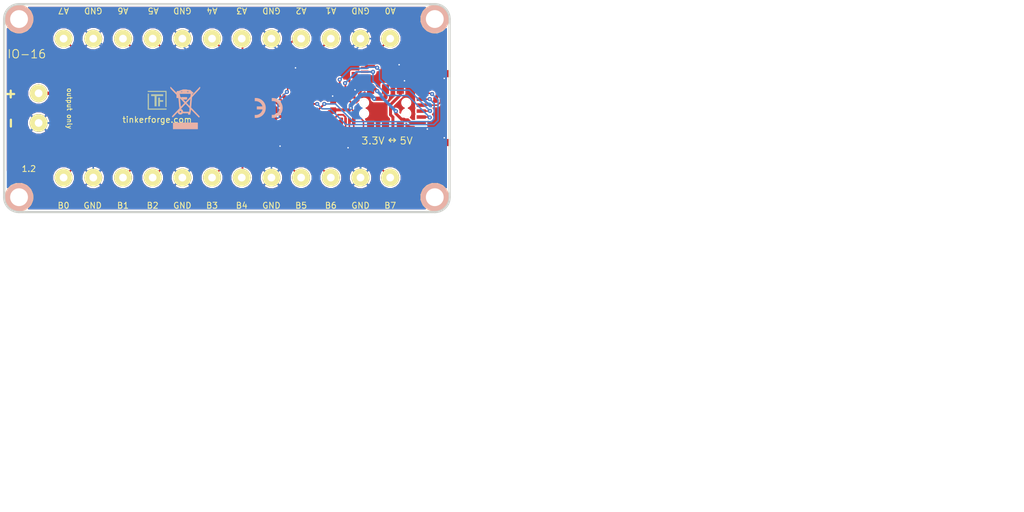
<source format=kicad_pcb>
(kicad_pcb (version 4) (host pcbnew 4.0.2+dfsg1-stable)
  (title_block (title "IO16 Bricklet") (date "2 jan 2013") (rev 1.1) (company "Tinkerforge GmbH") (comment 1 "Licensed under CERN OHL v.1.1") (comment 2 "Copyright (©) 2011, B.Nordmeyer <bastian@tinkerforge.com>"))
  (layers (0 Vorderseite signal) (31 Rückseite signal hide) (34 B.Paste user) (35 F.Paste user) (36 B.SilkS user) (37 F.SilkS user) (38 B.Mask user) (39 F.Mask user) (44 Edge.Cuts user))
  (net 0 "")
  (net 1 GND)
  (net 2 IN_1)
  (net 3 IN_2)
  (net 4 SCL)
  (net 5 SCL2)
  (net 6 SDA)
  (net 7 SDA2)
  (net 8 SEL)
  (net 9 VAA)
  (net 10 VCC)
  (net 11 "Net-(C3-Pad1)")
  (net 12 "Net-(J2-Pad2)")
  (net 13 "Net-(J3-Pad1)")
  (net 14 "Net-(J3-Pad2)")
  (net 15 "Net-(J4-Pad1)")
  (net 16 "Net-(J5-Pad2)")
  (net 17 "Net-(J6-Pad1)")
  (net 18 "Net-(J6-Pad2)")
  (net 19 "Net-(J7-Pad1)")
  (net 20 "Net-(J8-Pad1)")
  (net 21 "Net-(J9-Pad1)")
  (net 22 "Net-(J9-Pad2)")
  (net 23 "Net-(J10-Pad2)")
  (net 24 "Net-(J11-Pad1)")
  (net 25 "Net-(J12-Pad1)")
  (net 26 "Net-(J12-Pad2)")
  (net 27 "Net-(J13-Pad2)")
  (net 28 "Net-(P1-Pad1)")
  (net 29 "Net-(P1-Pad9)")
  (net 30 "Net-(P1-Pad10)")
  (net 31 "Net-(RP1-Pad6)")
  (net 32 "Net-(RP1-Pad7)")
  (net 33 "Net-(SW1-Pad6)")
  (net 34 "Net-(SW1-Pad5)")
  (net 35 "Net-(SW1-Pad4)")
  (net 36 "Net-(U1-Pad7)")
  (net 37 "Net-(U2-Pad11)")
  (net 38 "Net-(U2-Pad14)")
  (module kicad-libraries:DRILL_NP (layer Vorderseite) (at 184.00014 112.0267 180)
    (fp_text reference U7 hide)
    (fp_text value DRILL hide)
    (pad "" np_thru_hole circle (at 0 0 180) (size 2.99974 2.99974) (drill 2.99974) (layers *.Cu *.Mask F.SilkS) (clearance 0.89916))
  )
  (module kicad-libraries:DRILL_NP (layer Vorderseite) (at 114.00028 112.0267)
    (fp_text reference U6 hide)
    (fp_text value DRILL hide)
    (pad "" np_thru_hole circle (at 0 0) (size 2.99974 2.99974) (drill 2.99974) (layers *.Cu *.Mask F.SilkS) (clearance 0.89916))
  )
  (module kicad-libraries:DRILL_NP (layer Vorderseite) (at 114.00028 82.02676 90)
    (fp_text reference U5 hide)
    (fp_text value DRILL hide)
    (pad "" np_thru_hole circle (at 0 0 90) (size 2.99974 2.99974) (drill 2.99974) (layers *.Cu *.Mask F.SilkS) (clearance 0.89916))
  )
  (module kicad-libraries:DRILL_NP (layer Vorderseite) (at 184.00014 82.02676)
    (fp_text reference U4 hide)
    (fp_text value DRILL hide)
    (pad "" np_thru_hole circle (at 0 0) (size 2.99974 2.99974) (drill 2.99974) (layers *.Cu *.Mask F.SilkS) (clearance 0.89916))
  )
  (module kicad-libraries:SLIDE_SWITCH (layer Vorderseite) (at 175.69942 97.02546 180)
    (fp_text reference SW1)
    (fp_text value Power_Select)
    (pad 6 smd rect (at -2.49936 -3.2004 180) (size 1.19888 1.6002) (layers Vorderseite F.Paste F.Mask) (net 33 "Net-(SW1-Pad6)"))
    (pad 5 smd rect (at 0 -3.2004 180) (size 1.19888 1.6002) (layers Vorderseite F.Paste F.Mask) (net 34 "Net-(SW1-Pad5)"))
    (pad 4 smd rect (at 2.49936 -3.2004 180) (size 1.19888 1.6002) (layers Vorderseite F.Paste F.Mask) (net 35 "Net-(SW1-Pad4)"))
    (pad 3 smd rect (at 2.49936 3.2004 180) (size 1.19888 1.6002) (layers Vorderseite F.Paste F.Mask) (net 10 VCC))
    (pad 2 smd rect (at 0 3.2004 180) (size 1.19888 1.6002) (layers Vorderseite F.Paste F.Mask) (net 9 VAA))
    (pad 1 smd rect (at -2.49936 3.2004 180) (size 1.19888 1.6002) (layers Vorderseite F.Paste F.Mask) (net 28 "Net-(P1-Pad1)"))
    (pad "" np_thru_hole circle (at -3.5 -0.9 180) (size 1.2 1.2) (drill 1.2) (layers *.Cu *.Mask F.SilkS))
    (pad "" np_thru_hole circle (at -3.5 0.9 180) (size 1.2 1.2) (drill 1.2) (layers *.Cu *.Mask F.SilkS))
    (pad "" np_thru_hole circle (at 3.6 -0.9 180) (size 1.2 1.2) (drill 1.2) (layers *.Cu *.Mask F.SilkS))
    (pad "" np_thru_hole circle (at 3.6 0.9 180) (size 1.2 1.2) (drill 1.2) (layers *.Cu *.Mask F.SilkS))
  )
  (module kicad-libraries:4X0603 (layer Vorderseite) (at 166.5 102 180)
    (fp_text reference RP1)
    (fp_text value 4.7k)
    (pad 1 smd rect (at -1.19888 -0.8509 180) (size 0.44958 0.89916) (layers Vorderseite F.Paste F.Mask) (net 9 VAA))
    (pad 2 smd rect (at -0.39878 -0.8509 180) (size 0.44958 0.89916) (layers Vorderseite F.Paste F.Mask) (net 9 VAA))
    (pad 3 smd rect (at 0.39878 -0.8509 180) (size 0.44958 0.89916) (layers Vorderseite F.Paste F.Mask) (net 9 VAA))
    (pad 4 smd rect (at 1.19888 -0.8509 180) (size 0.44958 0.89916) (layers Vorderseite F.Paste F.Mask) (net 9 VAA))
    (pad 5 smd rect (at 1.19888 0.8509 180) (size 0.44958 0.89916) (layers Vorderseite F.Paste F.Mask) (net 7 SDA2))
    (pad 6 smd rect (at 0.39878 0.8509 180) (size 0.44958 0.89916) (layers Vorderseite F.Paste F.Mask) (net 31 "Net-(RP1-Pad6)"))
    (pad 7 smd rect (at -0.39878 0.8509 180) (size 0.44958 0.89916) (layers Vorderseite F.Paste F.Mask) (net 32 "Net-(RP1-Pad7)"))
    (pad 8 smd rect (at -1.19888 0.8509 180) (size 0.44958 0.89916) (layers Vorderseite F.Paste F.Mask) (net 5 SCL2))
  )
  (module kicad-libraries:R0603E (layer Vorderseite) (at 170.9 102 90)
    (fp_text reference R1)
    (fp_text value 200k)
    (pad 1 smd rect (at -0.8501 0 90) (size 1.1 1) (layers Vorderseite F.Paste F.Mask) (net 9 VAA))
    (pad 2 smd rect (at 0.8501 0 90) (size 1.1 1) (layers Vorderseite F.Paste F.Mask) (net 11 "Net-(C3-Pad1)"))
  )
  (module kicad-libraries:C0603E (layer Vorderseite) (at 169.4 102 270)
    (fp_text reference C3)
    (fp_text value 100nF)
    (pad 1 smd rect (at -0.8501 0 270) (size 1.1 1) (layers Vorderseite F.Paste F.Mask) (net 11 "Net-(C3-Pad1)"))
    (pad 2 smd rect (at 0.8501 0 270) (size 1.1 1) (layers Vorderseite F.Paste F.Mask) (net 1 GND))
  )
  (module kicad-libraries:C0603E (layer Vorderseite) (at 166.9 96.6 90)
    (fp_text reference C2)
    (fp_text value 100nF)
    (pad 1 smd rect (at -0.8501 0 90) (size 1.1 1) (layers Vorderseite F.Paste F.Mask) (net 9 VAA))
    (pad 2 smd rect (at 0.8501 0 90) (size 1.1 1) (layers Vorderseite F.Paste F.Mask) (net 1 GND))
  )
  (module kicad-libraries:C0603E (layer Vorderseite) (at 170.50004 92.32646 90)
    (fp_text reference C1)
    (fp_text value 100nF)
    (pad 1 smd rect (at -0.8501 0 90) (size 1.1 1) (layers Vorderseite F.Paste F.Mask) (net 1 GND))
    (pad 2 smd rect (at 0.8501 0 90) (size 1.1 1) (layers Vorderseite F.Paste F.Mask) (net 10 VCC))
  )
  (module kicad-libraries:CE_5mm (layer Rückseite) (at 156 97 180)
    (fp_text reference VAL hide)
    (fp_text value CE_5mm hide)
  )
  (module kicad-libraries:WEEE_7mm (layer Rückseite) (at 142 97 180)
    (fp_text reference VAL hide)
    (fp_text value WEEE_7mm hide)
  )
  (module kicad-libraries:Fiducial_Mark (layer Vorderseite) (at 113.10112 108.32592)
    (fp_text reference Fiducial_Mark hide)
    (fp_text value VAL** hide)
    (pad 1 smd circle (at 0 0) (size 1.00076 1.00076) (layers Vorderseite F.Paste F.Mask) (clearance 0.65024))
  )
  (module kicad-libraries:Fiducial_Mark (layer Vorderseite) (at 184.8993 85.62594)
    (fp_text reference Fiducial_Mark hide)
    (fp_text value VAL** hide)
    (pad 1 smd circle (at 0 0) (size 1.00076 1.00076) (layers Vorderseite F.Paste F.Mask) (clearance 0.65024))
  )
  (module kicad-libraries:Logo_31x31 (layer Vorderseite) (at 135.67664 94.12478)
    (fp_text reference Ref** hide)
    (fp_text value Val** hide)
  )
  (module kicad-libraries:CON-SENSOR (layer Vorderseite) (at 186.4995 97.02292 90)
    (fp_text reference P1)
    (fp_text value CON-SENSOR)
    (pad 1 smd rect (at -4.50088 -4.7752 90) (size 0.59944 1.5494) (layers Vorderseite F.Paste F.Mask) (net 28 "Net-(P1-Pad1)"))
    (pad 2 smd rect (at -3.50012 -4.7752 90) (size 0.59944 1.5494) (layers Vorderseite F.Paste F.Mask) (net 1 GND))
    (pad 3 smd rect (at -2.49936 -4.7752 90) (size 0.59944 1.5494) (layers Vorderseite F.Paste F.Mask) (net 10 VCC))
    (pad 4 smd rect (at -1.50114 -4.7752 90) (size 0.59944 1.5494) (layers Vorderseite F.Paste F.Mask) (net 4 SCL))
    (pad 5 smd rect (at -0.50038 -4.7752 90) (size 0.59944 1.5494) (layers Vorderseite F.Paste F.Mask) (net 6 SDA))
    (pad 6 smd rect (at 0.50038 -4.7752 90) (size 0.59944 1.5494) (layers Vorderseite F.Paste F.Mask) (net 8 SEL))
    (pad 7 smd rect (at 1.50114 -4.7752 90) (size 0.59944 1.5494) (layers Vorderseite F.Paste F.Mask) (net 2 IN_1))
    (pad 8 smd rect (at 2.49936 -4.7752 90) (size 0.59944 1.5494) (layers Vorderseite F.Paste F.Mask) (net 3 IN_2))
    (pad 9 smd rect (at 3.50012 -4.7752 90) (size 0.59944 1.5494) (layers Vorderseite F.Paste F.Mask) (net 29 "Net-(P1-Pad9)"))
    (pad 10 smd rect (at 4.50088 -4.7752 90) (size 0.59944 1.5494) (layers Vorderseite F.Paste F.Mask) (net 30 "Net-(P1-Pad10)"))
    (pad EP smd rect (at -5.79882 -0.89916 90) (size 1.19888 1.80086) (layers Vorderseite F.Paste F.Mask) (net 1 GND))
    (pad EP smd rect (at 5.79882 -0.89916 90) (size 1.19888 1.80086) (layers Vorderseite F.Paste F.Mask) (net 1 GND))
  )
  (module kicad-libraries:AKL_5_2 (layer Vorderseite) (at 163.99764 85.32368)
    (fp_text reference J12)
    (fp_text value AKL_5_2)
    (pad 1 thru_hole circle (at -2.49936 0) (size 2.99974 2.99974) (drill 1.30048) (layers *.Cu *.Mask F.SilkS) (net 25 "Net-(J12-Pad1)"))
    (pad 2 thru_hole circle (at 2.49936 0) (size 2.99974 2.99974) (drill 1.30048) (layers *.Cu *.Mask F.SilkS) (net 26 "Net-(J12-Pad2)"))
  )
  (module kicad-libraries:AKL_5_2 (layer Vorderseite) (at 153.99766 85.32368)
    (fp_text reference J11)
    (fp_text value AKL_5_2)
    (pad 1 thru_hole circle (at -2.49936 0) (size 2.99974 2.99974) (drill 1.30048) (layers *.Cu *.Mask F.SilkS) (net 24 "Net-(J11-Pad1)"))
    (pad 2 thru_hole circle (at 2.49936 0) (size 2.99974 2.99974) (drill 1.30048) (layers *.Cu *.Mask F.SilkS) (net 1 GND))
  )
  (module kicad-libraries:AKL_5_2 (layer Vorderseite) (at 143.99768 85.32368)
    (fp_text reference J10)
    (fp_text value AKL_5_2)
    (pad 1 thru_hole circle (at -2.49936 0) (size 2.99974 2.99974) (drill 1.30048) (layers *.Cu *.Mask F.SilkS) (net 1 GND))
    (pad 2 thru_hole circle (at 2.49936 0) (size 2.99974 2.99974) (drill 1.30048) (layers *.Cu *.Mask F.SilkS) (net 23 "Net-(J10-Pad2)"))
  )
  (module kicad-libraries:AKL_5_2 (layer Vorderseite) (at 133.9977 85.32368)
    (fp_text reference J9)
    (fp_text value AKL_5_2)
    (pad 1 thru_hole circle (at -2.49936 0) (size 2.99974 2.99974) (drill 1.30048) (layers *.Cu *.Mask F.SilkS) (net 21 "Net-(J9-Pad1)"))
    (pad 2 thru_hole circle (at 2.49936 0) (size 2.99974 2.99974) (drill 1.30048) (layers *.Cu *.Mask F.SilkS) (net 22 "Net-(J9-Pad2)"))
  )
  (module kicad-libraries:AKL_5_2 (layer Vorderseite) (at 173.99762 108.7247 180)
    (fp_text reference J7)
    (fp_text value AKL_5_2)
    (pad 1 thru_hole circle (at -2.49936 0 180) (size 2.99974 2.99974) (drill 1.30048) (layers *.Cu *.Mask F.SilkS) (net 19 "Net-(J7-Pad1)"))
    (pad 2 thru_hole circle (at 2.49936 0 180) (size 2.99974 2.99974) (drill 1.30048) (layers *.Cu *.Mask F.SilkS) (net 1 GND))
  )
  (module kicad-libraries:AKL_5_2 (layer Vorderseite) (at 163.99764 108.7247 180)
    (fp_text reference J6)
    (fp_text value AKL_5_2)
    (pad 1 thru_hole circle (at -2.49936 0 180) (size 2.99974 2.99974) (drill 1.30048) (layers *.Cu *.Mask F.SilkS) (net 17 "Net-(J6-Pad1)"))
    (pad 2 thru_hole circle (at 2.49936 0 180) (size 2.99974 2.99974) (drill 1.30048) (layers *.Cu *.Mask F.SilkS) (net 18 "Net-(J6-Pad2)"))
  )
  (module kicad-libraries:AKL_5_2 (layer Vorderseite) (at 153.99766 108.7247 180)
    (fp_text reference J5)
    (fp_text value AKL_5_2)
    (pad 1 thru_hole circle (at -2.49936 0 180) (size 2.99974 2.99974) (drill 1.30048) (layers *.Cu *.Mask F.SilkS) (net 1 GND))
    (pad 2 thru_hole circle (at 2.49936 0 180) (size 2.99974 2.99974) (drill 1.30048) (layers *.Cu *.Mask F.SilkS) (net 16 "Net-(J5-Pad2)"))
  )
  (module kicad-libraries:AKL_5_2 (layer Vorderseite) (at 143.99768 108.7247 180)
    (fp_text reference J4)
    (fp_text value AKL_5_2)
    (pad 1 thru_hole circle (at -2.49936 0 180) (size 2.99974 2.99974) (drill 1.30048) (layers *.Cu *.Mask F.SilkS) (net 15 "Net-(J4-Pad1)"))
    (pad 2 thru_hole circle (at 2.49936 0 180) (size 2.99974 2.99974) (drill 1.30048) (layers *.Cu *.Mask F.SilkS) (net 1 GND))
  )
  (module kicad-libraries:AKL_5_2 (layer Vorderseite) (at 117.29974 97.02546 90)
    (fp_text reference J1)
    (fp_text value AKL_5_2)
    (pad 1 thru_hole circle (at -2.49936 0 90) (size 2.99974 2.99974) (drill 1.30048) (layers *.Cu *.Mask F.SilkS) (net 1 GND))
    (pad 2 thru_hole circle (at 2.49936 0 90) (size 2.99974 2.99974) (drill 1.30048) (layers *.Cu *.Mask F.SilkS) (net 9 VAA))
  )
  (module kicad-libraries:AKL_5_2 (layer Vorderseite) (at 123.99772 85.32368)
    (fp_text reference J8)
    (fp_text value AKL_5_2)
    (pad 1 thru_hole circle (at -2.49936 0) (size 2.99974 2.99974) (drill 1.30048) (layers *.Cu *.Mask F.SilkS) (net 20 "Net-(J8-Pad1)"))
    (pad 2 thru_hole circle (at 2.49936 0) (size 2.99974 2.99974) (drill 1.30048) (layers *.Cu *.Mask F.SilkS) (net 1 GND))
  )
  (module kicad-libraries:AKL_5_2 (layer Vorderseite) (at 133.9977 108.7247 180)
    (fp_text reference J3)
    (fp_text value AKL_5_2)
    (pad 1 thru_hole circle (at -2.49936 0 180) (size 2.99974 2.99974) (drill 1.30048) (layers *.Cu *.Mask F.SilkS) (net 13 "Net-(J3-Pad1)"))
    (pad 2 thru_hole circle (at 2.49936 0 180) (size 2.99974 2.99974) (drill 1.30048) (layers *.Cu *.Mask F.SilkS) (net 14 "Net-(J3-Pad2)"))
  )
  (module kicad-libraries:AKL_5_2 (layer Vorderseite) (at 173.99762 85.32368)
    (fp_text reference J13)
    (fp_text value AKL_5_2)
    (pad 1 thru_hole circle (at -2.49936 0) (size 2.99974 2.99974) (drill 1.30048) (layers *.Cu *.Mask F.SilkS) (net 1 GND))
    (pad 2 thru_hole circle (at 2.49936 0) (size 2.99974 2.99974) (drill 1.30048) (layers *.Cu *.Mask F.SilkS) (net 27 "Net-(J13-Pad2)"))
  )
  (module kicad-libraries:AKL_5_2 (layer Vorderseite) (at 123.99772 108.7247 180)
    (fp_text reference J2)
    (fp_text value AKL_5_2)
    (pad 1 thru_hole circle (at -2.49936 0 180) (size 2.99974 2.99974) (drill 1.30048) (layers *.Cu *.Mask F.SilkS) (net 1 GND))
    (pad 2 thru_hole circle (at 2.49936 0 180) (size 2.99974 2.99974) (drill 1.30048) (layers *.Cu *.Mask F.SilkS) (net 12 "Net-(J2-Pad2)"))
  )
  (module kicad-libraries:TSSOP8 (layer Vorderseite) (at 175.09744 91.2241 90)
    (fp_text reference U1)
    (fp_text value M24C64)
    (pad 1 smd rect (at -0.97282 2.89814 270) (size 0.39878 1.29794) (layers Vorderseite F.Paste F.Mask) (net 1 GND))
    (pad 2 smd rect (at -0.32258 2.89814 270) (size 0.39878 1.29794) (layers Vorderseite F.Paste F.Mask) (net 1 GND))
    (pad 3 smd rect (at 0.32258 2.89814 270) (size 0.39878 1.29794) (layers Vorderseite F.Paste F.Mask) (net 8 SEL))
    (pad 4 smd rect (at 0.97282 2.89814 270) (size 0.39878 1.29794) (layers Vorderseite F.Paste F.Mask) (net 1 GND))
    (pad 5 smd rect (at 0.97282 -2.89814 90) (size 0.39878 1.29794) (layers Vorderseite F.Paste F.Mask) (net 6 SDA))
    (pad 6 smd rect (at 0.32258 -2.89814 90) (size 0.39878 1.29794) (layers Vorderseite F.Paste F.Mask) (net 4 SCL))
    (pad 7 smd rect (at -0.32258 -2.89814 90) (size 0.39878 1.29794) (layers Vorderseite F.Paste F.Mask) (net 36 "Net-(U1-Pad7)"))
    (pad 8 smd rect (at -0.97282 -2.89814 90) (size 0.39878 1.29794) (layers Vorderseite F.Paste F.Mask) (net 10 VCC))
  )
  (module kicad-libraries:SOIC28 (layer Vorderseite) (at 154.79776 97.02292)
    (fp_text reference U2)
    (fp_text value MCP23017)
    (pad 1 smd rect (at -8.25246 4.59994 180) (size 0.59944 2.19964) (layers Vorderseite F.Paste F.Mask) (net 12 "Net-(J2-Pad2)"))
    (pad 2 smd rect (at -6.98246 4.59994 180) (size 0.59944 2.19964) (layers Vorderseite F.Paste F.Mask) (net 14 "Net-(J3-Pad2)"))
    (pad 3 smd rect (at -5.71246 4.59994 180) (size 0.59944 2.19964) (layers Vorderseite F.Paste F.Mask) (net 13 "Net-(J3-Pad1)"))
    (pad 4 smd rect (at -4.44246 4.59994 180) (size 0.59944 2.19964) (layers Vorderseite F.Paste F.Mask) (net 15 "Net-(J4-Pad1)"))
    (pad 5 smd rect (at -3.17246 4.59994 180) (size 0.59944 2.19964) (layers Vorderseite F.Paste F.Mask) (net 16 "Net-(J5-Pad2)"))
    (pad 6 smd rect (at -1.90246 4.59994 180) (size 0.59944 2.19964) (layers Vorderseite F.Paste F.Mask) (net 18 "Net-(J6-Pad2)"))
    (pad 7 smd rect (at -0.63246 4.59994 180) (size 0.59944 2.19964) (layers Vorderseite F.Paste F.Mask) (net 17 "Net-(J6-Pad1)"))
    (pad 8 smd rect (at 0.63246 4.59994 180) (size 0.59944 2.19964) (layers Vorderseite F.Paste F.Mask) (net 19 "Net-(J7-Pad1)"))
    (pad 9 smd rect (at 1.90246 4.59994 180) (size 0.59944 2.19964) (layers Vorderseite F.Paste F.Mask) (net 9 VAA))
    (pad 10 smd rect (at 3.17246 4.59994 180) (size 0.59944 2.19964) (layers Vorderseite F.Paste F.Mask) (net 1 GND))
    (pad 11 smd rect (at 4.44246 4.59994 180) (size 0.59944 2.19964) (layers Vorderseite F.Paste F.Mask) (net 37 "Net-(U2-Pad11)"))
    (pad 12 smd rect (at 5.71246 4.59994 180) (size 0.59944 2.19964) (layers Vorderseite F.Paste F.Mask) (net 5 SCL2))
    (pad 13 smd rect (at 6.98246 4.59994 180) (size 0.59944 2.19964) (layers Vorderseite F.Paste F.Mask) (net 7 SDA2))
    (pad 14 smd rect (at 8.25246 4.59994 180) (size 0.59944 2.19964) (layers Vorderseite F.Paste F.Mask) (net 38 "Net-(U2-Pad14)"))
    (pad 15 smd rect (at 8.25246 -4.59994) (size 0.59944 2.19964) (layers Vorderseite F.Paste F.Mask) (net 8 SEL))
    (pad 16 smd rect (at 6.98246 -4.59994) (size 0.59944 2.19964) (layers Vorderseite F.Paste F.Mask) (net 1 GND))
    (pad 17 smd rect (at 5.71246 -4.59994) (size 0.59944 2.19964) (layers Vorderseite F.Paste F.Mask) (net 1 GND))
    (pad 18 smd rect (at 4.44246 -4.59994) (size 0.59944 2.19964) (layers Vorderseite F.Paste F.Mask) (net 9 VAA))
    (pad 19 smd rect (at 3.17246 -4.59994) (size 0.59944 2.19964) (layers Vorderseite F.Paste F.Mask) (net 3 IN_2))
    (pad 20 smd rect (at 1.90246 -4.59994) (size 0.59944 2.19964) (layers Vorderseite F.Paste F.Mask) (net 2 IN_1))
    (pad 21 smd rect (at 0.63246 -4.59994) (size 0.59944 2.19964) (layers Vorderseite F.Paste F.Mask) (net 27 "Net-(J13-Pad2)"))
    (pad 22 smd rect (at -0.63246 -4.59994) (size 0.59944 2.19964) (layers Vorderseite F.Paste F.Mask) (net 26 "Net-(J12-Pad2)"))
    (pad 23 smd rect (at -1.90246 -4.59994) (size 0.59944 2.19964) (layers Vorderseite F.Paste F.Mask) (net 25 "Net-(J12-Pad1)"))
    (pad 24 smd rect (at -3.17246 -4.59994) (size 0.59944 2.19964) (layers Vorderseite F.Paste F.Mask) (net 24 "Net-(J11-Pad1)"))
    (pad 25 smd rect (at -4.44246 -4.59994) (size 0.59944 2.19964) (layers Vorderseite F.Paste F.Mask) (net 23 "Net-(J10-Pad2)"))
    (pad 26 smd rect (at -5.71246 -4.59994) (size 0.59944 2.19964) (layers Vorderseite F.Paste F.Mask) (net 22 "Net-(J9-Pad2)"))
    (pad 27 smd rect (at -6.98246 -4.59994) (size 0.59944 2.19964) (layers Vorderseite F.Paste F.Mask) (net 21 "Net-(J9-Pad1)"))
    (pad 28 smd rect (at -8.25246 -4.59994) (size 0.59944 2.19964) (layers Vorderseite F.Paste F.Mask) (net 20 "Net-(J8-Pad1)"))
  )
  (module kicad-libraries:TSSOP8_3 (layer Vorderseite) (at 169.30116 97.02546 180)
    (fp_text reference U3)
    (fp_text value PCA9306)
    (pad 1 smd rect (at -1.04902 2.17424) (size 0.59944 1.14808) (layers Vorderseite F.Paste F.Mask) (net 1 GND))
    (pad 2 smd rect (at -0.32512 2.17424) (size 0.44958 1.14808) (layers Vorderseite F.Paste F.Mask) (net 10 VCC))
    (pad 3 smd rect (at 0.32512 2.17424) (size 0.44958 1.14808) (layers Vorderseite F.Paste F.Mask) (net 4 SCL))
    (pad 4 smd rect (at 1.04902 2.17424) (size 0.59944 1.14808) (layers Vorderseite F.Paste F.Mask) (net 6 SDA))
    (pad 5 smd rect (at 1.04902 -2.17424 180) (size 0.59944 1.14808) (layers Vorderseite F.Paste F.Mask) (net 7 SDA2))
    (pad 6 smd rect (at 0.32512 -2.17424 180) (size 0.44958 1.14808) (layers Vorderseite F.Paste F.Mask) (net 5 SCL2))
    (pad 7 smd rect (at -0.32512 -2.17424 180) (size 0.44958 1.14808) (layers Vorderseite F.Paste F.Mask) (net 11 "Net-(C3-Pad1)"))
    (pad 8 smd rect (at -1.04902 -2.17424 180) (size 0.59944 1.14808) (layers Vorderseite F.Paste F.Mask) (net 11 "Net-(C3-Pad1)"))
  )
  (gr_text 1.2 (at 115.65128 107.24896) (layer F.SilkS) (effects (font (size 1.00076 1.00076) (thickness 0.14986))))
  (gr_text - (at 112.52454 99.55022 90) (layer F.SilkS) (effects (font (size 1.50114 1.50114) (thickness 0.37592))))
  (gr_text + (at 112.60074 94.54896) (layer F.SilkS) (effects (font (size 1.50114 1.50114) (thickness 0.37592))))
  (gr_text tinkerforge.com (at 137.25144 98.97364) (layer F.SilkS) (effects (font (size 1.00076 1.00076) (thickness 0.14986))))
  (gr_text "output only" (at 122.49912 97.09912 270) (layer F.SilkS) (effects (font (size 0.8001 0.8001) (thickness 0.14986))))
  (gr_line (start 111.49838 82.02422) (end 111.49838 112.02416) (angle 90) (layer Edge.Cuts) (width 0.381))
  (gr_line (start 183.9976 79.52486) (end 113.99774 79.52486) (angle 90) (layer Edge.Cuts) (width 0.381))
  (gr_line (start 186.4995 112.02416) (end 186.4995 82.02422) (angle 90) (layer Edge.Cuts) (width 0.381))
  (gr_line (start 113.99774 114.52352) (end 183.9976 114.52352) (angle 90) (layer Edge.Cuts) (width 0.381))
  (gr_arc (start 183.9976 82.02422) (end 183.9976 79.52486) (angle 90) (layer Edge.Cuts) (width 0.381))
  (gr_arc (start 113.99774 82.02422) (end 111.49838 82.02422) (angle 90) (layer Edge.Cuts) (width 0.381))
  (gr_arc (start 113.99774 112.02416) (end 113.99774 114.52352) (angle 90) (layer Edge.Cuts) (width 0.381))
  (gr_arc (start 183.9976 112.02416) (end 186.4995 112.02416) (angle 90) (layer Edge.Cuts) (width 0.381))
  (gr_line (start 177.3936 102.42296) (end 177.09388 102.72268) (angle 90) (layer F.SilkS) (width 0.17018))
  (gr_line (start 177.09388 102.12324) (end 177.3936 102.42296) (angle 90) (layer F.SilkS) (width 0.17018))
  (gr_line (start 176.29378 102.42296) (end 176.5935 102.72268) (angle 90) (layer F.SilkS) (width 0.17018))
  (gr_line (start 176.29378 102.42296) (end 176.5935 102.12324) (angle 90) (layer F.SilkS) (width 0.17018))
  (gr_line (start 176.29378 102.42296) (end 177.19548 102.42296) (angle 90) (layer F.SilkS) (width 0.17018))
  (gr_text 5V (at 179.197 102.52456) (layer F.SilkS) (effects (font (size 1.19888 1.19888) (thickness 0.14986))))
  (gr_text 3.3V (at 173.59884 102.52456) (layer F.SilkS) (effects (font (size 1.19888 1.19888) (thickness 0.14986))))
  (gr_text B7 (at 176.49952 113.4237) (layer F.SilkS) (effects (font (size 1.00076 1.00076) (thickness 0.14986))))
  (gr_text GND (at 171.49826 113.4237) (layer F.SilkS) (effects (font (size 1.00076 1.00076) (thickness 0.14986))))
  (gr_text B6 (at 166.497 113.4237) (layer F.SilkS) (effects (font (size 1.00076 1.00076) (thickness 0.14986))))
  (gr_text B5 (at 161.49828 113.4237) (layer F.SilkS) (effects (font (size 1.00076 1.00076) (thickness 0.14986))))
  (gr_text GND (at 156.49702 113.4237) (layer F.SilkS) (effects (font (size 1.00076 1.00076) (thickness 0.14986))))
  (gr_text B4 (at 151.4983 113.4237) (layer F.SilkS) (effects (font (size 1.00076 1.00076) (thickness 0.14986))))
  (gr_text B3 (at 146.49704 113.4237) (layer F.SilkS) (effects (font (size 1.00076 1.00076) (thickness 0.14986))))
  (gr_text GND (at 141.49832 113.4237) (layer F.SilkS) (effects (font (size 1.00076 1.00076) (thickness 0.14986))))
  (gr_text B2 (at 136.49706 113.4237) (layer F.SilkS) (effects (font (size 1.00076 1.00076) (thickness 0.14986))))
  (gr_text B1 (at 131.49834 113.4237) (layer F.SilkS) (effects (font (size 1.00076 1.00076) (thickness 0.14986))))
  (gr_text GND (at 126.39802 113.4237) (layer F.SilkS) (effects (font (size 1.00076 1.00076) (thickness 0.14986))))
  (gr_text B0 (at 121.49836 113.4237) (layer F.SilkS) (effects (font (size 1.00076 1.00076) (thickness 0.14986))))
  (gr_text A7 (at 121.49836 80.62468 180) (layer F.SilkS) (effects (font (size 1.00076 1.00076) (thickness 0.14986))))
  (gr_text A6 (at 131.49834 80.62468 180) (layer F.SilkS) (effects (font (size 1.00076 1.00076) (thickness 0.14986))))
  (gr_text A5 (at 136.59866 80.62468 180) (layer F.SilkS) (effects (font (size 1.00076 1.00076) (thickness 0.14986))))
  (gr_text A4 (at 146.49704 80.62468 180) (layer F.SilkS) (effects (font (size 1.00076 1.00076) (thickness 0.14986))))
  (gr_text A3 (at 151.4983 80.62468 180) (layer F.SilkS) (effects (font (size 1.00076 1.00076) (thickness 0.14986))))
  (gr_text A2 (at 161.49828 80.62468 180) (layer F.SilkS) (effects (font (size 1.00076 1.00076) (thickness 0.14986))))
  (gr_text A1 (at 166.497 80.62468 180) (layer F.SilkS) (effects (font (size 1.00076 1.00076) (thickness 0.14986))))
  (gr_text A0 (at 176.49952 80.62468 180) (layer F.SilkS) (effects (font (size 1.00076 1.00076) (thickness 0.14986))))
  (gr_text GND (at 171.49826 80.62468 180) (layer F.SilkS) (effects (font (size 1.00076 1.00076) (thickness 0.14986))))
  (gr_text GND (at 156.49702 80.62468 180) (layer F.SilkS) (effects (font (size 1.00076 1.00076) (thickness 0.14986))))
  (gr_text GND (at 141.49832 80.62468 180) (layer F.SilkS) (effects (font (size 1.00076 1.00076) (thickness 0.14986))))
  (gr_text GND (at 126.49708 80.62468 180) (layer F.SilkS) (effects (font (size 1.00076 1.00076) (thickness 0.14986))))
  (gr_text IO-16 (at 115.29822 87.92464) (layer F.SilkS) (effects (font (size 1.39954 1.39954) (thickness 0.14986))))
  (segment (start 169.4 102.8501) (end 169.4 103.7) (width 0.24892) (layer Vorderseite) (net 1))
  (via (at 169.4 103.7) (size 0.70104) (drill 0.24892) (layers Vorderseite Rückseite) (net 1))
  (segment (start 177.99812 89.72296) (end 180.29682 92.02166) (width 0.29972) (layer Rückseite) (net 1))
  (segment (start 141.49832 86.52256) (end 143.6751 88.69934) (width 0.24892) (layer Rückseite) (net 1))
  (segment (start 143.6751 88.69934) (end 153.12136 88.69934) (width 0.24892) (layer Rückseite) (net 1))
  (segment (start 153.1366 88.6841) (end 156.49702 85.32368) (width 0.24892) (layer Rückseite) (net 1))
  (segment (start 153.12136 88.69934) (end 153.1366 88.6841) (width 0.24892) (layer Rückseite) (net 1))
  (segment (start 141.49832 85.32368) (end 141.49832 86.52256) (width 0.24892) (layer Rückseite) (net 1))
  (segment (start 167.6273 90.24874) (end 160.55086 90.24874) (width 0.24892) (layer Rückseite) (net 1))
  (segment (start 171.49826 86.37778) (end 167.6273 90.24874) (width 0.24892) (layer Rückseite) (net 1))
  (segment (start 171.49826 85.32368) (end 171.49826 86.37778) (width 0.24892) (layer Rückseite) (net 1))
  (segment (start 161.62528 90.3732) (end 160.67532 90.3732) (width 0.24892) (layer Vorderseite) (net 1))
  (segment (start 161.78022 92.42298) (end 161.78022 90.52814) (width 0.29972) (layer Vorderseite) (net 1))
  (segment (start 161.78022 90.52814) (end 161.62528 90.3732) (width 0.29972) (layer Vorderseite) (net 1))
  (segment (start 177.99558 89.7255) (end 177.99812 89.72296) (width 0.29972) (layer Vorderseite) (net 1))
  (via (at 177.99812 89.72296) (size 0.70104) (layers Vorderseite Rückseite) (net 1))
  (segment (start 177.99558 90.25128) (end 177.99558 89.7255) (width 0.29972) (layer Vorderseite) (net 1))
  (segment (start 177.99558 92.19692) (end 177.99558 91.54668) (width 0.29972) (layer Vorderseite) (net 1))
  (segment (start 178.67376 92.19692) (end 178.89982 92.42298) (width 0.29972) (layer Vorderseite) (net 1))
  (via (at 178.89982 92.42298) (size 0.70104) (layers Vorderseite Rückseite) (net 1))
  (segment (start 178.89982 92.42298) (end 179.30114 92.02166) (width 0.29972) (layer Rückseite) (net 1))
  (via (at 166.8018 94.99854) (size 0.70104) (layers Vorderseite Rückseite) (net 1))
  (segment (start 166.79926 95.00108) (end 166.79926 96.0247) (width 0.24892) (layer Vorderseite) (net 1))
  (segment (start 160.67532 90.3732) (end 160.55086 90.24874) (width 0.24892) (layer Vorderseite) (net 1))
  (segment (start 126.49708 85.32368) (end 127 85.32368) (width 0.24892) (layer Rückseite) (net 1))
  (segment (start 137.57148 89.25052) (end 141.49832 85.32368) (width 0.24892) (layer Rückseite) (net 1))
  (segment (start 156.49702 108.7247) (end 156.49702 104.8766) (width 0.24892) (layer Rückseite) (net 1))
  (segment (start 117.29974 99.52482) (end 117.27688 99.54768) (width 0.24892) (layer Rückseite) (net 1))
  (segment (start 122.04954 99.52482) (end 118.9736 99.52482) (width 0.24892) (layer Rückseite) (net 1))
  (segment (start 122.04954 99.52482) (end 126.49708 103.97236) (width 0.24892) (layer Rückseite) (net 1))
  (segment (start 126.49708 108.7247) (end 126.49708 103.97236) (width 0.24892) (layer Rückseite) (net 1))
  (segment (start 118.9736 99.52482) (end 118.95074 99.54768) (width 0.24892) (layer Rückseite) (net 1))
  (segment (start 153.1366 88.6841) (end 153.1366 90.2) (width 0.24892) (layer Rückseite) (net 1))
  (segment (start 181.7243 100.52304) (end 182.72506 100.52304) (width 0.50038) (layer Vorderseite) (net 1))
  (segment (start 184.2516 101.95052) (end 184.2516 102.02164) (width 0.50038) (layer Rückseite) (net 1))
  (segment (start 184.22366 101.97846) (end 184.2516 101.95052) (width 0.50038) (layer Rückseite) (net 1))
  (segment (start 184.22366 102.02164) (end 184.22366 101.97846) (width 0.50038) (layer Rückseite) (net 1))
  (segment (start 182.75046 100.54844) (end 184.22366 102.02164) (width 0.50038) (layer Rückseite) (net 1))
  (via (at 182.75046 100.54844) (size 0.70104) (layers Vorderseite Rückseite) (net 1))
  (segment (start 182.72506 100.52304) (end 182.75046 100.54844) (width 0.50038) (layer Vorderseite) (net 1))
  (segment (start 177.99812 89.72296) (end 177.67554 89.72296) (width 0.24892) (layer Rückseite) (net 1))
  (segment (start 173.27626 85.32368) (end 171.49826 85.32368) (width 0.24892) (layer Rückseite) (net 1))
  (segment (start 177.67554 89.72296) (end 173.27626 85.32368) (width 0.24892) (layer Rückseite) (net 1))
  (segment (start 166.8018 94.99854) (end 169.52722 94.99854) (width 0.24892) (layer Rückseite) (net 1))
  (segment (start 169.52722 94.99854) (end 170.57624 93.94952) (width 0.24892) (layer Rückseite) (net 1))
  (via (at 170.57624 93.94952) (size 0.70104) (layers Vorderseite Rückseite) (net 1))
  (segment (start 180.29682 92.02166) (end 185.5978 92.02166) (width 0.29972) (layer Rückseite) (net 1))
  (segment (start 185.5978 92.02166) (end 185.5978 93.12148) (width 0.29972) (layer Rückseite) (net 1))
  (segment (start 185.60034 92.01912) (end 185.5978 92.02166) (width 0.29972) (layer Vorderseite) (net 1))
  (segment (start 160.51022 92.42298) (end 161.0995 92.42298) (width 0.50038) (layer Vorderseite) (net 1))
  (segment (start 158.14802 103.2256) (end 157.9499 103.42372) (width 0.24892) (layer Rückseite) (net 1))
  (segment (start 169.35196 103.2256) (end 158.14802 103.2256) (width 0.24892) (layer Rückseite) (net 1))
  (segment (start 154.27706 105.22458) (end 154.62504 104.8766) (width 0.24892) (layer Rückseite) (net 1))
  (segment (start 154.62504 104.8766) (end 156.49702 104.8766) (width 0.24892) (layer Rückseite) (net 1))
  (segment (start 144.99844 105.22458) (end 154.27706 105.22458) (width 0.24892) (layer Rückseite) (net 1))
  (segment (start 156.49702 86.1949) (end 156.49702 85.32368) (width 0.24892) (layer Rückseite) (net 1))
  (segment (start 160.55086 90.24874) (end 156.49702 86.1949) (width 0.24892) (layer Rückseite) (net 1))
  (via (at 160.55086 90.24874) (size 0.70104) (layers Vorderseite Rückseite) (net 1))
  (segment (start 127 85.32368) (end 130.92684 89.25052) (width 0.24892) (layer Rückseite) (net 1))
  (segment (start 166.8018 94.99854) (end 166.79926 95.00108) (width 0.24892) (layer Vorderseite) (net 1))
  (segment (start 144.99844 105.22458) (end 141.49832 108.7247) (width 0.29972) (layer Rückseite) (net 1))
  (segment (start 129.9972 105.22458) (end 126.49708 108.7247) (width 0.29972) (layer Rückseite) (net 1))
  (segment (start 144.99844 105.22458) (end 129.9972 105.22458) (width 0.29972) (layer Rückseite) (net 1))
  (segment (start 185.60034 102.02418) (end 185.60034 102.82174) (width 0.29972) (layer Vorderseite) (net 1))
  (via (at 185.5978 102.02164) (size 0.70104) (layers Vorderseite Rückseite) (net 1))
  (segment (start 185.60034 102.02418) (end 185.5978 102.02164) (width 0.29972) (layer Vorderseite) (net 1))
  (segment (start 185.5978 93.12148) (end 185.90006 93.42374) (width 0.29972) (layer Rückseite) (net 1))
  (segment (start 185.90006 93.42374) (end 185.90006 101.71938) (width 0.29972) (layer Rückseite) (net 1))
  (segment (start 185.90006 101.71938) (end 185.5978 102.02164) (width 0.29972) (layer Rückseite) (net 1))
  (segment (start 185.60034 91.2241) (end 185.60034 92.01912) (width 0.29972) (layer Vorderseite) (net 1))
  (via (at 185.5978 92.02166) (size 0.70104) (layers Vorderseite Rückseite) (net 1))
  (segment (start 130.92684 89.25052) (end 137.57148 89.25052) (width 0.24892) (layer Rückseite) (net 1))
  (segment (start 118.9736 99.52482) (end 117.29974 99.52482) (width 0.24892) (layer Rückseite) (net 1))
  (segment (start 161.0995 92.42298) (end 161.78022 92.42298) (width 0.50038) (layer Vorderseite) (net 1))
  (segment (start 156.49702 104.8766) (end 157.9499 103.42372) (width 0.24892) (layer Rückseite) (net 1))
  (via (at 157.9499 103.42372) (size 0.70104) (layers Vorderseite Rückseite) (net 1))
  (segment (start 157.97022 103.4034) (end 157.97022 101.62286) (width 0.24892) (layer Vorderseite) (net 1))
  (segment (start 157.9499 103.42372) (end 157.97022 103.4034) (width 0.24892) (layer Vorderseite) (net 1))
  (segment (start 185.5978 102.02164) (end 184.2516 102.02164) (width 0.24892) (layer Rückseite) (net 1))
  (segment (start 184.2516 102.02164) (end 176.4538 102.02164) (width 0.24892) (layer Rückseite) (net 1))
  (segment (start 171.49826 106.97718) (end 171.49826 108.7247) (width 0.24892) (layer Rückseite) (net 1))
  (segment (start 176.4538 102.02164) (end 171.49826 106.97718) (width 0.24892) (layer Rückseite) (net 1))
  (segment (start 169.35196 103.2256) (end 171.49826 105.3719) (width 0.24892) (layer Rückseite) (net 1))
  (segment (start 171.49826 105.3719) (end 171.49826 108.7247) (width 0.24892) (layer Rückseite) (net 1))
  (segment (start 170.52544 93.17482) (end 170.52544 93.89872) (width 0.29972) (layer Vorderseite) (net 1))
  (segment (start 170.52544 93.89872) (end 170.57624 93.94952) (width 0.29972) (layer Vorderseite) (net 1))
  (segment (start 170.32478 94.20098) (end 170.57624 93.94952) (width 0.29972) (layer Vorderseite) (net 1))
  (segment (start 170.32478 94.20098) (end 170.32478 94.85122) (width 0.29972) (layer Vorderseite) (net 1))
  (segment (start 179.30114 92.02166) (end 180.29682 92.02166) (width 0.29972) (layer Rückseite) (net 1))
  (segment (start 177.99558 92.19692) (end 178.67376 92.19692) (width 0.29972) (layer Vorderseite) (net 1))
  (segment (start 179.2986 92.0242) (end 178.89982 92.42298) (width 0.29972) (layer Vorderseite) (net 1))
  (segment (start 179.59832 92.0242) (end 179.2986 92.0242) (width 0.29972) (layer Vorderseite) (net 1))
  (segment (start 153.1366 98.61042) (end 157.9499 103.42372) (width 0.24892) (layer Rückseite) (net 1))
  (segment (start 153.1366 90.2) (end 153.1366 98.61042) (width 0.24892) (layer Rückseite) (net 1))
  (segment (start 166.8018 91.07424) (end 167.6273 90.24874) (width 0.24892) (layer Rückseite) (net 1))
  (segment (start 166.8018 94.99854) (end 166.8018 91.07424) (width 0.24892) (layer Rückseite) (net 1))
  (segment (start 183.12822 95.52178) (end 183.15 95.5) (width 0.24892) (layer Vorderseite) (net 2))
  (via (at 183.15 95.5) (size 0.70104) (layers Vorderseite Rückseite) (net 2))
  (segment (start 183.15 95.5) (end 183.9 96.25) (width 0.24892) (layer Rückseite) (net 2))
  (segment (start 183.9 96.25) (end 183.9 98.85) (width 0.24892) (layer Rückseite) (net 2))
  (segment (start 183.9 98.85) (end 183.45 99.3) (width 0.24892) (layer Rückseite) (net 2))
  (segment (start 183.45 99.3) (end 170.25 99.3) (width 0.24892) (layer Rückseite) (net 2))
  (segment (start 170.25 99.3) (end 167.27188 96.32188) (width 0.24892) (layer Rückseite) (net 2))
  (segment (start 167.27188 96.32188) (end 165.39972 96.32188) (width 0.24892) (layer Rückseite) (net 2))
  (segment (start 156.70022 95.52432) (end 158.5976 97.4217) (width 0.29972) (layer Vorderseite) (net 2))
  (segment (start 158.5976 97.4217) (end 164.2999 97.4217) (width 0.29972) (layer Vorderseite) (net 2))
  (segment (start 164.2999 97.4217) (end 165.39972 96.32188) (width 0.29972) (layer Vorderseite) (net 2))
  (via (at 165.39972 96.32188) (size 0.70104) (layers Vorderseite Rückseite) (net 2))
  (segment (start 156.70022 95.52432) (end 156.70022 92.42298) (width 0.29972) (layer Vorderseite) (net 2))
  (segment (start 181.7243 95.52178) (end 183.12822 95.52178) (width 0.24892) (layer Vorderseite) (net 2))
  (segment (start 183.42356 94.52356) (end 183.55 94.65) (width 0.24892) (layer Vorderseite) (net 3))
  (via (at 183.55 94.65) (size 0.70104) (layers Vorderseite Rückseite) (net 3))
  (segment (start 183.55 94.65) (end 184.55 95.65) (width 0.24892) (layer Rückseite) (net 3))
  (segment (start 184.55 95.65) (end 184.55 99.1) (width 0.24892) (layer Rückseite) (net 3))
  (segment (start 184.55 99.1) (end 183.85 99.8) (width 0.24892) (layer Rückseite) (net 3))
  (segment (start 183.85 99.8) (end 169.05 99.8) (width 0.24892) (layer Rückseite) (net 3))
  (segment (start 169.05 99.8) (end 166.4 97.15) (width 0.24892) (layer Rückseite) (net 3))
  (segment (start 166.4 97.15) (end 165.02642 97.15) (width 0.24892) (layer Rückseite) (net 3))
  (segment (start 165.02642 97.15) (end 164.1983 96.32188) (width 0.24892) (layer Rückseite) (net 3))
  (via (at 164.1983 96.32188) (size 0.70104) (layers Vorderseite Rückseite) (net 3))
  (segment (start 158.79826 96.32188) (end 164.1983 96.32188) (width 0.29972) (layer Vorderseite) (net 3))
  (segment (start 157.97022 95.49384) (end 158.79826 96.32188) (width 0.29972) (layer Vorderseite) (net 3))
  (segment (start 157.97022 95.49384) (end 157.97022 92.42298) (width 0.29972) (layer Vorderseite) (net 3))
  (segment (start 181.7243 94.52356) (end 183.42356 94.52356) (width 0.24892) (layer Vorderseite) (net 3))
  (segment (start 168.95064 94.85122) (end 168.95064 92.87764) (width 0.29972) (layer Vorderseite) (net 4))
  (segment (start 170.79722 90.92438) (end 168.8973 92.8243) (width 0.29972) (layer Rückseite) (net 4))
  (via (at 168.8973 92.8243) (size 0.70104) (layers Vorderseite Rückseite) (net 4))
  (segment (start 170.79722 90.92438) (end 173.59884 90.92438) (width 0.29972) (layer Rückseite) (net 4))
  (segment (start 168.95064 92.87764) (end 168.8973 92.8243) (width 0.29972) (layer Vorderseite) (net 4))
  (segment (start 173.57598 90.90152) (end 172.1993 90.90152) (width 0.29972) (layer Vorderseite) (net 4))
  (segment (start 173.59884 90.92438) (end 173.57598 90.90152) (width 0.29972) (layer Vorderseite) (net 4))
  (via (at 173.59884 90.92438) (size 0.70104) (layers Vorderseite Rückseite) (net 4))
  (segment (start 183.07406 98.52406) (end 183.15 98.6) (width 0.24892) (layer Vorderseite) (net 4))
  (via (at 183.15 98.6) (size 0.70104) (layers Vorderseite Rückseite) (net 4))
  (segment (start 183.15 98.6) (end 179.45 94.9) (width 0.24892) (layer Rückseite) (net 4))
  (segment (start 179.45 94.9) (end 176.05 94.9) (width 0.24892) (layer Rückseite) (net 4))
  (segment (start 176.05 94.9) (end 173.59884 92.44884) (width 0.24892) (layer Rückseite) (net 4))
  (segment (start 173.59884 92.44884) (end 173.59884 90.92438) (width 0.24892) (layer Rückseite) (net 4))
  (segment (start 181.7243 98.52406) (end 183.07406 98.52406) (width 0.24892) (layer Vorderseite) (net 4))
  (segment (start 167.69888 101.1491) (end 167.69888 100.80112) (width 0.24892) (layer Vorderseite) (net 5))
  (segment (start 167.69888 100.80112) (end 168.2 100.3) (width 0.24892) (layer Vorderseite) (net 5))
  (segment (start 168.2 100.3) (end 168.8 100.3) (width 0.24892) (layer Vorderseite) (net 5))
  (segment (start 168.8 100.3) (end 168.97604 100.12396) (width 0.24892) (layer Vorderseite) (net 5))
  (segment (start 168.97604 100.12396) (end 168.97604 99.1997) (width 0.24892) (layer Vorderseite) (net 5))
  (segment (start 168.95064 99.1997) (end 168.95064 98.52406) (width 0.29972) (layer Vorderseite) (net 5))
  (segment (start 160.51022 99.71532) (end 160.51022 101.62286) (width 0.29972) (layer Vorderseite) (net 5))
  (segment (start 160.87598 99.34956) (end 160.51022 99.71532) (width 0.29972) (layer Vorderseite) (net 5))
  (segment (start 166.52494 99.34956) (end 160.87598 99.34956) (width 0.29972) (layer Vorderseite) (net 5))
  (segment (start 167.72636 98.14814) (end 166.52494 99.34956) (width 0.29972) (layer Vorderseite) (net 5))
  (segment (start 168.57472 98.14814) (end 167.72636 98.14814) (width 0.29972) (layer Vorderseite) (net 5))
  (segment (start 168.95064 98.52406) (end 168.57472 98.14814) (width 0.29972) (layer Vorderseite) (net 5))
  (segment (start 168.22674 94.85122) (end 168.22674 93.7006) (width 0.29972) (layer Vorderseite) (net 6))
  (via (at 167.99814 92.22232) (size 0.70104) (layers Vorderseite Rückseite) (net 6))
  (segment (start 167.99814 92.22232) (end 169.89806 90.3224) (width 0.29972) (layer Rückseite) (net 6))
  (segment (start 169.89806 90.3224) (end 172.59808 90.3224) (width 0.29972) (layer Rückseite) (net 6))
  (segment (start 172.59808 90.3224) (end 172.79874 90.12174) (width 0.29972) (layer Rückseite) (net 6))
  (segment (start 172.79874 90.12174) (end 174.19574 90.12174) (width 0.29972) (layer Rückseite) (net 6))
  (segment (start 174.19574 90.12174) (end 174.29734 90.22334) (width 0.29972) (layer Rückseite) (net 6))
  (segment (start 167.99814 93.472) (end 167.99814 92.22232) (width 0.29972) (layer Vorderseite) (net 6))
  (segment (start 168.22674 93.7006) (end 167.99814 93.472) (width 0.29972) (layer Vorderseite) (net 6))
  (segment (start 174.29734 90.22334) (end 174.09922 90.22334) (width 0.29972) (layer Vorderseite) (net 6))
  (segment (start 172.52696 89.92362) (end 172.1993 90.25128) (width 0.29972) (layer Vorderseite) (net 6))
  (segment (start 173.7995 89.92362) (end 172.52696 89.92362) (width 0.29972) (layer Vorderseite) (net 6))
  (segment (start 174.09922 90.22334) (end 173.7995 89.92362) (width 0.29972) (layer Vorderseite) (net 6))
  (via (at 174.29734 90.22334) (size 0.70104) (layers Vorderseite Rückseite) (net 6))
  (segment (start 183.1767 97.5233) (end 183.2 97.5) (width 0.24892) (layer Vorderseite) (net 6))
  (via (at 183.2 97.5) (size 0.70104) (layers Vorderseite Rückseite) (net 6))
  (segment (start 183.2 97.5) (end 179.7 94) (width 0.24892) (layer Rückseite) (net 6))
  (segment (start 179.7 94) (end 176.5 94) (width 0.24892) (layer Rückseite) (net 6))
  (segment (start 176.5 94) (end 174.7 92.2) (width 0.24892) (layer Rückseite) (net 6))
  (segment (start 174.7 92.2) (end 174.7 90.626) (width 0.24892) (layer Rückseite) (net 6))
  (segment (start 174.7 90.626) (end 174.29734 90.22334) (width 0.24892) (layer Rückseite) (net 6))
  (segment (start 181.7243 97.5233) (end 183.1767 97.5233) (width 0.24892) (layer Vorderseite) (net 6))
  (segment (start 165.30112 101.1491) (end 165.30112 100.49888) (width 0.24892) (layer Vorderseite) (net 7))
  (segment (start 165.30112 100.49888) (end 165.851 99.949) (width 0.24892) (layer Vorderseite) (net 7))
  (segment (start 168.22674 99.1997) (end 167.80002 99.1997) (width 0.29972) (layer Vorderseite) (net 7))
  (segment (start 161.78022 100.16998) (end 161.78022 101.62286) (width 0.29972) (layer Vorderseite) (net 7))
  (segment (start 162.0012 99.949) (end 161.78022 100.16998) (width 0.29972) (layer Vorderseite) (net 7))
  (segment (start 167.05072 99.949) (end 166.7256 99.949) (width 0.29972) (layer Vorderseite) (net 7))
  (segment (start 166.7256 99.949) (end 165.851 99.949) (width 0.29972) (layer Vorderseite) (net 7))
  (segment (start 165.851 99.949) (end 162.0012 99.949) (width 0.29972) (layer Vorderseite) (net 7))
  (segment (start 167.80002 99.1997) (end 167.05072 99.949) (width 0.29972) (layer Vorderseite) (net 7))
  (segment (start 179.9971 90.82278) (end 179.45354 90.82278) (width 0.29972) (layer Vorderseite) (net 8))
  (segment (start 184.00014 92.22486) (end 182.59806 90.82278) (width 0.29972) (layer Vorderseite) (net 8))
  (segment (start 182.59806 90.82278) (end 179.9971 90.82278) (width 0.29972) (layer Vorderseite) (net 8))
  (segment (start 179.3748 90.90152) (end 177.99558 90.90152) (width 0.29972) (layer Vorderseite) (net 8))
  (segment (start 179.45354 90.82278) (end 179.3748 90.90152) (width 0.29972) (layer Vorderseite) (net 8))
  (segment (start 163.05022 92.42298) (end 164.44976 92.42298) (width 0.29972) (layer Vorderseite) (net 8))
  (segment (start 176.67478 90.90152) (end 177.99558 90.90152) (width 0.29972) (layer Vorderseite) (net 8))
  (segment (start 174.498 88.72474) (end 176.67478 90.90152) (width 0.29972) (layer Vorderseite) (net 8))
  (segment (start 168.148 88.72474) (end 174.498 88.72474) (width 0.29972) (layer Vorderseite) (net 8))
  (segment (start 164.44976 92.42298) (end 168.148 88.72474) (width 0.29972) (layer Vorderseite) (net 8))
  (segment (start 184.47746 96.52254) (end 184.95 96.05) (width 0.24892) (layer Vorderseite) (net 8))
  (segment (start 184.95 96.05) (end 184.95 93.17472) (width 0.24892) (layer Vorderseite) (net 8))
  (segment (start 184.95 93.17472) (end 184.00014 92.22486) (width 0.24892) (layer Vorderseite) (net 8))
  (segment (start 181.7243 96.52254) (end 184.47746 96.52254) (width 0.24892) (layer Vorderseite) (net 8))
  (segment (start 167.69888 102.8509) (end 167.69888 103.79888) (width 0.24892) (layer Vorderseite) (net 9))
  (segment (start 167.69888 103.79888) (end 168.3 104.4) (width 0.24892) (layer Vorderseite) (net 9))
  (segment (start 166.6 104.4) (end 165.8 104.4) (width 0.24892) (layer Vorderseite) (net 9))
  (segment (start 165.30112 103.90112) (end 165.30112 102.8509) (width 0.24892) (layer Vorderseite) (net 9))
  (segment (start 165.8 104.4) (end 165.30112 103.90112) (width 0.24892) (layer Vorderseite) (net 9))
  (segment (start 167.4 104.4) (end 166.6 104.4) (width 0.24892) (layer Vorderseite) (net 9))
  (segment (start 166.10122 103.90122) (end 166.10122 102.8509) (width 0.24892) (layer Vorderseite) (net 9))
  (segment (start 166.6 104.4) (end 166.10122 103.90122) (width 0.24892) (layer Vorderseite) (net 9))
  (segment (start 168.7 104.4) (end 168.3 104.4) (width 0.24892) (layer Vorderseite) (net 9))
  (segment (start 168.3 104.4) (end 167.4 104.4) (width 0.24892) (layer Vorderseite) (net 9))
  (segment (start 166.89878 103.89878) (end 166.89878 102.8509) (width 0.24892) (layer Vorderseite) (net 9))
  (segment (start 167.4 104.4) (end 166.89878 103.89878) (width 0.24892) (layer Vorderseite) (net 9))
  (segment (start 170.9 104.1) (end 170.9 102.8501) (width 0.24892) (layer Vorderseite) (net 9))
  (segment (start 170.6 104.4) (end 170.9 104.1) (width 0.24892) (layer Vorderseite) (net 9))
  (segment (start 168.7 104.4) (end 170.6 104.4) (width 0.24892) (layer Vorderseite) (net 9))
  (segment (start 169.85 97) (end 169.85 97.05) (width 0.24892) (layer Vorderseite) (net 9))
  (segment (start 169.85 97.05) (end 172 99.2) (width 0.24892) (layer Vorderseite) (net 9))
  (segment (start 172 101.7501) (end 170.9 102.8501) (width 0.24892) (layer Vorderseite) (net 9))
  (segment (start 172 99.2) (end 172 101.7501) (width 0.24892) (layer Vorderseite) (net 9))
  (segment (start 118.9736 94.5261) (end 118.95074 94.54896) (width 0.50038) (layer Vorderseite) (net 9))
  (segment (start 156.67482 98.96094) (end 129.26314 98.96094) (width 0.50038) (layer Vorderseite) (net 9))
  (segment (start 129.26314 98.96094) (end 124.8283 94.5261) (width 0.50038) (layer Vorderseite) (net 9))
  (segment (start 157.06344 98.96094) (end 156.67482 98.96094) (width 0.50038) (layer Vorderseite) (net 9))
  (segment (start 124.8283 94.5261) (end 118.9736 94.5261) (width 0.50038) (layer Vorderseite) (net 9))
  (segment (start 117.29974 94.5261) (end 117.27688 94.54896) (width 0.50038) (layer Vorderseite) (net 9))
  (segment (start 118.9736 94.5261) (end 117.29974 94.5261) (width 0.50038) (layer Vorderseite) (net 9))
  (segment (start 169.62482 97.32518) (end 167.09898 97.32518) (width 0.50038) (layer Vorderseite) (net 9))
  (segment (start 167.09898 97.32518) (end 166.79926 97.6249) (width 0.70104) (layer Vorderseite) (net 9))
  (segment (start 166.19982 97.6249) (end 165.37432 98.4504) (width 0.50038) (layer Vorderseite) (net 9))
  (segment (start 165.37432 98.4504) (end 157.57398 98.4504) (width 0.50038) (layer Vorderseite) (net 9))
  (segment (start 157.06344 98.96094) (end 156.70022 99.32416) (width 0.50038) (layer Vorderseite) (net 9))
  (segment (start 157.56219 98.46219) (end 157.06344 98.96094) (width 0.50038) (layer Vorderseite) (net 9))
  (segment (start 156.70022 99.32416) (end 156.70022 101.62286) (width 0.50038) (layer Vorderseite) (net 9))
  (segment (start 166.79926 97.6249) (end 166.19982 97.6249) (width 0.50038) (layer Vorderseite) (net 9))
  (segment (start 157.57398 98.4504) (end 157.6 98.42438) (width 0.24892) (layer Rückseite) (net 9))
  (segment (start 157.6 98.42438) (end 157.6 95.8) (width 0.24892) (layer Rückseite) (net 9))
  (segment (start 157.6 95.8) (end 159.1 94.3) (width 0.24892) (layer Rückseite) (net 9))
  (segment (start 159.24022 92.42298) (end 159.24022 94.15978) (width 0.24892) (layer Vorderseite) (net 9))
  (via (at 159.1 94.3) (size 0.70104) (layers Vorderseite Rückseite) (net 9))
  (segment (start 159.24022 94.15978) (end 159.1 94.3) (width 0.24892) (layer Vorderseite) (net 9))
  (via (at 157.57398 98.4504) (size 0.70104) (layers Vorderseite Rückseite) (net 9))
  (segment (start 157.56219 98.46219) (end 157.57398 98.4504) (width 0.24892) (layer Vorderseite) (net 9))
  (segment (start 169.85 97.1) (end 169.62482 97.32518) (width 0.50038) (layer Vorderseite) (net 9))
  (segment (start 175.69942 95.20058) (end 175.45 95.45) (width 0.70104) (layer Vorderseite) (net 9))
  (segment (start 175.45 95.45) (end 173.8 95.45) (width 0.70104) (layer Vorderseite) (net 9))
  (via (at 173.8 95.45) (size 0.70104) (layers Vorderseite Rückseite) (net 9))
  (segment (start 173.8 95.45) (end 173.1 94.75) (width 0.70104) (layer Rückseite) (net 9))
  (segment (start 173.1 94.75) (end 171.65 94.75) (width 0.70104) (layer Rückseite) (net 9))
  (segment (start 171.65 94.75) (end 169.85 96.55) (width 0.70104) (layer Rückseite) (net 9))
  (segment (start 169.85 96.55) (end 169.85 97) (width 0.70104) (layer Rückseite) (net 9))
  (via (at 169.85 97) (size 0.70104) (layers Vorderseite Rückseite) (net 9))
  (segment (start 175.69942 93.82506) (end 175.69942 95.20058) (width 0.70104) (layer Vorderseite) (net 9))
  (segment (start 169.85 97) (end 169.85 97.1) (width 0.50038) (layer Vorderseite) (net 9))
  (segment (start 171.14774 92.19692) (end 170.52544 91.57462) (width 0.29972) (layer Vorderseite) (net 10))
  (segment (start 172.1993 92.19692) (end 171.14774 92.19692) (width 0.29972) (layer Vorderseite) (net 10))
  (segment (start 172.1993 92.8243) (end 173.20006 93.82506) (width 0.29972) (layer Vorderseite) (net 10))
  (segment (start 172.1993 92.19692) (end 172.1993 92.8243) (width 0.29972) (layer Vorderseite) (net 10))
  (segment (start 169.60088 95.77324) (end 169.926 96.09836) (width 0.29972) (layer Vorderseite) (net 10))
  (segment (start 169.60088 94.85122) (end 169.60088 95.77324) (width 0.29972) (layer Vorderseite) (net 10))
  (segment (start 169.926 96.09836) (end 170.80164 96.09836) (width 0.29972) (layer Vorderseite) (net 10))
  (segment (start 171.2 95.7) (end 170.80164 96.09836) (width 0.24892) (layer Vorderseite) (net 10))
  (segment (start 171.97494 93.82506) (end 171.2 94.6) (width 0.24892) (layer Vorderseite) (net 10))
  (segment (start 171.2 94.6) (end 171.2 95.7) (width 0.24892) (layer Vorderseite) (net 10))
  (segment (start 173.20006 93.82506) (end 171.97494 93.82506) (width 0.24892) (layer Vorderseite) (net 10))
  (segment (start 178.8 98.9) (end 178.9 99) (width 0.50038) (layer Vorderseite) (net 10))
  (segment (start 178.9 99) (end 179.45 99) (width 0.50038) (layer Vorderseite) (net 10))
  (segment (start 179.45 99) (end 179.97228 99.52228) (width 0.50038) (layer Vorderseite) (net 10))
  (segment (start 179.97228 99.52228) (end 181.7243 99.52228) (width 0.50038) (layer Vorderseite) (net 10))
  (segment (start 173.20006 93.82506) (end 173.97506 93.82506) (width 0.50038) (layer Vorderseite) (net 10))
  (segment (start 174.97539 94.82539) (end 174.97539 95.07461) (width 0.50038) (layer Rückseite) (net 10))
  (segment (start 174.3 94.15) (end 174.97539 94.82539) (width 0.50038) (layer Rückseite) (net 10))
  (via (at 174.3 94.15) (size 0.70104) (layers Vorderseite Rückseite) (net 10))
  (segment (start 173.97506 93.82506) (end 174.3 94.15) (width 0.50038) (layer Vorderseite) (net 10))
  (segment (start 177.44948 97.5487) (end 177.44948 97.94948) (width 0.50038) (layer Vorderseite) (net 10))
  (segment (start 177.44948 97.5487) (end 174.97539 95.07461) (width 0.50038) (layer Rückseite) (net 10))
  (via (at 177.44948 97.5487) (size 0.70104) (layers Vorderseite Rückseite) (net 10))
  (segment (start 177.44948 97.94948) (end 178.4 98.9) (width 0.50038) (layer Vorderseite) (net 10))
  (segment (start 178.4 98.9) (end 178.8 98.9) (width 0.50038) (layer Vorderseite) (net 10))
  (segment (start 170.35018 99.1997) (end 170.35018 100.15018) (width 0.24892) (layer Vorderseite) (net 11))
  (segment (start 170.35018 100.15018) (end 170.9 100.7) (width 0.24892) (layer Vorderseite) (net 11))
  (segment (start 170.9 100.7) (end 170.9 101.1499) (width 0.24892) (layer Vorderseite) (net 11))
  (segment (start 169.62628 99.1997) (end 169.62628 100.92362) (width 0.24892) (layer Vorderseite) (net 11))
  (segment (start 169.62628 100.92362) (end 169.4 101.1499) (width 0.24892) (layer Vorderseite) (net 11))
  (segment (start 170.6753 100.7491) (end 170.7007 100.7237) (width 0.24892) (layer Vorderseite) (net 11))
  (segment (start 169.60088 99.1997) (end 170.32478 99.1997) (width 0.29972) (layer Vorderseite) (net 11))
  (segment (start 146.5453 101.62286) (end 128.6002 101.62286) (width 0.29972) (layer Vorderseite) (net 12))
  (segment (start 128.6002 101.62286) (end 121.49836 108.7247) (width 0.29972) (layer Vorderseite) (net 12))
  (segment (start 149.0853 101.62286) (end 149.0853 102.93858) (width 0.29972) (layer Vorderseite) (net 13))
  (segment (start 149.0853 102.93858) (end 146.89836 105.12552) (width 0.29972) (layer Vorderseite) (net 13))
  (segment (start 146.89836 105.12552) (end 140.09624 105.12552) (width 0.29972) (layer Vorderseite) (net 13))
  (segment (start 140.09624 105.12552) (end 136.49706 108.7247) (width 0.29972) (layer Vorderseite) (net 13))
  (segment (start 147.8153 101.62286) (end 147.8153 102.9081) (width 0.29972) (layer Vorderseite) (net 14))
  (segment (start 147.8153 102.9081) (end 146.7993 103.9241) (width 0.29972) (layer Vorderseite) (net 14))
  (segment (start 146.7993 103.9241) (end 136.29894 103.9241) (width 0.29972) (layer Vorderseite) (net 14))
  (segment (start 136.29894 103.9241) (end 131.49834 108.7247) (width 0.29972) (layer Vorderseite) (net 14))
  (segment (start 150.3553 104.86644) (end 146.49704 108.7247) (width 0.29972) (layer Vorderseite) (net 15))
  (segment (start 150.3553 101.62286) (end 150.3553 104.86644) (width 0.29972) (layer Vorderseite) (net 15))
  (segment (start 151.6253 101.62286) (end 151.6253 108.5977) (width 0.29972) (layer Vorderseite) (net 16))
  (segment (start 151.6253 108.5977) (end 151.4983 108.7247) (width 0.29972) (layer Vorderseite) (net 16))
  (segment (start 163.89604 106.12374) (end 166.497 108.7247) (width 0.29972) (layer Vorderseite) (net 17))
  (segment (start 154.1653 101.62286) (end 154.1653 104.59212) (width 0.29972) (layer Vorderseite) (net 17))
  (segment (start 155.69692 106.12374) (end 163.89604 106.12374) (width 0.29972) (layer Vorderseite) (net 17))
  (segment (start 154.1653 104.59212) (end 155.69692 106.12374) (width 0.29972) (layer Vorderseite) (net 17))
  (segment (start 152.8953 104.6226) (end 154.99842 106.72572) (width 0.29972) (layer Vorderseite) (net 18))
  (segment (start 154.99842 106.72572) (end 159.4993 106.72572) (width 0.29972) (layer Vorderseite) (net 18))
  (segment (start 159.4993 106.72572) (end 161.49828 108.7247) (width 0.29972) (layer Vorderseite) (net 18))
  (segment (start 152.8953 101.62286) (end 152.8953 104.6226) (width 0.29972) (layer Vorderseite) (net 18))
  (segment (start 155.43022 101.62286) (end 155.43022 102.89286) (width 0.29972) (layer Vorderseite) (net 19))
  (segment (start 155.43022 102.89286) (end 154.79776 103.52532) (width 0.29972) (layer Vorderseite) (net 19))
  (segment (start 154.79776 103.52532) (end 154.79776 104.22382) (width 0.29972) (layer Vorderseite) (net 19))
  (segment (start 154.79776 104.22382) (end 155.89758 105.32364) (width 0.29972) (layer Vorderseite) (net 19))
  (segment (start 155.89758 105.32364) (end 173.09592 105.32364) (width 0.29972) (layer Vorderseite) (net 19))
  (segment (start 173.09592 105.32364) (end 176.49698 108.7247) (width 0.29972) (layer Vorderseite) (net 19))
  (segment (start 146.5453 92.42298) (end 146.5453 91.77274) (width 0.29972) (layer Vorderseite) (net 20))
  (segment (start 127.29972 91.12504) (end 121.49836 85.32368) (width 0.29972) (layer Vorderseite) (net 20))
  (segment (start 146.5453 91.77274) (end 145.8976 91.12504) (width 0.29972) (layer Vorderseite) (net 20))
  (segment (start 145.8976 91.12504) (end 127.29972 91.12504) (width 0.29972) (layer Vorderseite) (net 20))
  (segment (start 147.8153 92.42298) (end 147.8153 91.04122) (width 0.29972) (layer Vorderseite) (net 21))
  (segment (start 135.79856 89.6239) (end 131.49834 85.32368) (width 0.29972) (layer Vorderseite) (net 21))
  (segment (start 146.39798 89.6239) (end 135.79856 89.6239) (width 0.29972) (layer Vorderseite) (net 21))
  (segment (start 147.8153 91.04122) (end 146.39798 89.6239) (width 0.29972) (layer Vorderseite) (net 21))
  (segment (start 149.0853 92.42298) (end 149.0853 90.71356) (width 0.29972) (layer Vorderseite) (net 22))
  (segment (start 139.5984 88.42502) (end 136.49706 85.32368) (width 0.29972) (layer Vorderseite) (net 22))
  (segment (start 146.79676 88.42502) (end 139.5984 88.42502) (width 0.29972) (layer Vorderseite) (net 22))
  (segment (start 149.0853 90.71356) (end 146.79676 88.42502) (width 0.29972) (layer Vorderseite) (net 22))
  (segment (start 150.3553 89.18194) (end 146.49704 85.32368) (width 0.29972) (layer Vorderseite) (net 23))
  (segment (start 150.3553 92.42298) (end 150.3553 89.18194) (width 0.29972) (layer Vorderseite) (net 23))
  (segment (start 151.6253 85.45068) (end 151.4983 85.32368) (width 0.29972) (layer Vorderseite) (net 24))
  (segment (start 151.6253 92.42298) (end 151.6253 85.45068) (width 0.29972) (layer Vorderseite) (net 24))
  (segment (start 160.50006 85.32368) (end 157.80004 88.0237) (width 0.29972) (layer Vorderseite) (net 25))
  (segment (start 157.80004 88.0237) (end 154.50058 88.0237) (width 0.29972) (layer Vorderseite) (net 25))
  (segment (start 154.50058 88.0237) (end 152.8953 89.62898) (width 0.29972) (layer Vorderseite) (net 25))
  (segment (start 152.8953 89.62898) (end 152.8953 92.42298) (width 0.29972) (layer Vorderseite) (net 25))
  (segment (start 161.49828 85.32368) (end 160.50006 85.32368) (width 0.29972) (layer Vorderseite) (net 25))
  (segment (start 154.1653 92.42298) (end 154.1653 89.95918) (width 0.29972) (layer Vorderseite) (net 26))
  (segment (start 163.09594 88.72474) (end 166.497 85.32368) (width 0.29972) (layer Vorderseite) (net 26))
  (segment (start 155.39974 88.72474) (end 163.09594 88.72474) (width 0.29972) (layer Vorderseite) (net 26))
  (segment (start 154.1653 89.95918) (end 155.39974 88.72474) (width 0.29972) (layer Vorderseite) (net 26))
  (segment (start 155.43022 90.0938) (end 156.09824 89.42578) (width 0.29972) (layer Vorderseite) (net 27))
  (segment (start 156.09824 89.42578) (end 166.29634 89.42578) (width 0.29972) (layer Vorderseite) (net 27))
  (segment (start 166.29634 89.42578) (end 167.99814 87.72398) (width 0.29972) (layer Vorderseite) (net 27))
  (segment (start 167.99814 87.72398) (end 174.09668 87.72398) (width 0.29972) (layer Vorderseite) (net 27))
  (segment (start 174.09668 87.72398) (end 176.49698 85.32368) (width 0.29972) (layer Vorderseite) (net 27))
  (segment (start 155.43022 92.42298) (end 155.43022 90.0938) (width 0.29972) (layer Vorderseite) (net 27))
  (segment (start 179.4764 101.5238) (end 179.15128 101.84892) (width 0.50038) (layer Vorderseite) (net 28))
  (segment (start 179.15128 101.84892) (end 177.65014 101.84892) (width 0.50038) (layer Vorderseite) (net 28))
  (segment (start 177.65014 101.84892) (end 176.95164 101.15042) (width 0.50038) (layer Vorderseite) (net 28))
  (segment (start 176.95164 101.15042) (end 176.95164 98.54946) (width 0.50038) (layer Vorderseite) (net 28))
  (segment (start 181.7243 101.5238) (end 179.4764 101.5238) (width 0.50038) (layer Vorderseite) (net 28))
  (segment (start 178.19878 94.80042) (end 178.19878 93.82506) (width 0.50038) (layer Vorderseite) (net 28))
  (segment (start 176.55032 96.44888) (end 178.19878 94.80042) (width 0.50038) (layer Vorderseite) (net 28))
  (segment (start 176.55032 98.14814) (end 176.55032 96.44888) (width 0.50038) (layer Vorderseite) (net 28))
  (segment (start 176.95164 98.54946) (end 176.55032 98.14814) (width 0.50038) (layer Vorderseite) (net 28))
  (zone (net 1) (net_name GND) (layer Vorderseite) (connect_pads (clearance 0.24892)) (min_thickness 0.24892) (fill yes (arc_segments 16) (thermal_gap 0.29972) (thermal_bridge_width 0.29972))
    (polygon (pts (xy 186.4995 114.52352) (xy 186.4995 79.52486) (xy 111.49838 79.52486) (xy 111.49838 114.52352)))
  )
  (zone (net 1) (net_name GND) (layer Rückseite) (connect_pads (clearance 0.24892)) (min_thickness 0.24892) (fill yes (arc_segments 16) (thermal_gap 0.29972) (thermal_bridge_width 0.29972))
    (polygon (pts (xy 186.4995 114.52352) (xy 186.4995 79.52486) (xy 111.49838 79.52486) (xy 111.49838 114.52352)))
  )
)
</source>
